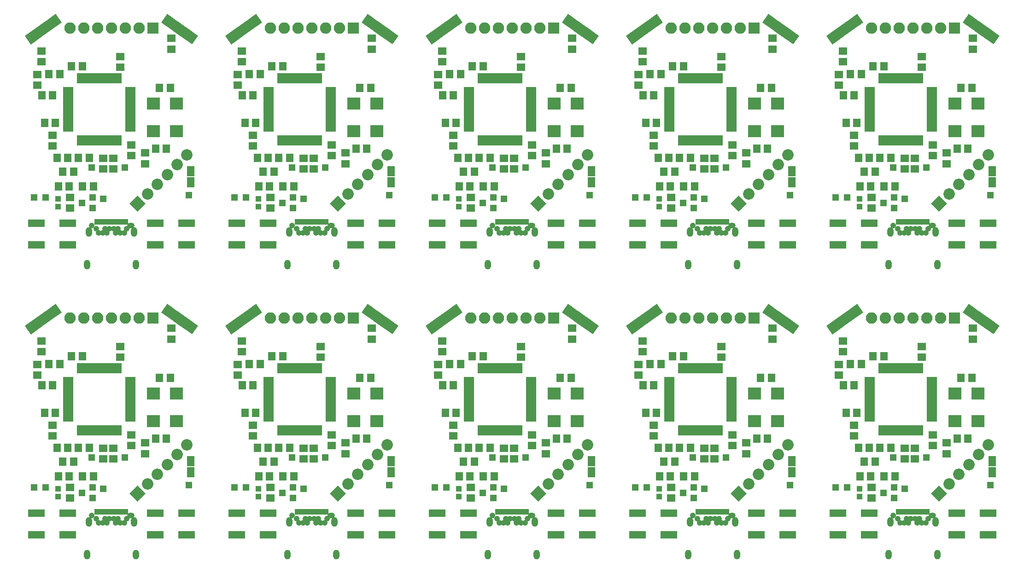
<source format=gts>
G04 #@! TF.FileFunction,Soldermask,Top*
%FSLAX46Y46*%
G04 Gerber Fmt 4.6, Leading zero omitted, Abs format (unit mm)*
G04 Created by KiCad (PCBNEW 4.0.6) date Fri Nov 17 13:30:40 2017*
%MOMM*%
%LPD*%
G01*
G04 APERTURE LIST*
%ADD10C,0.100000*%
%ADD11R,1.400000X1.650000*%
%ADD12R,1.650000X1.400000*%
%ADD13R,1.100000X1.000000*%
%ADD14C,2.100000*%
%ADD15O,1.200000X1.800000*%
%ADD16R,0.700000X1.100000*%
%ADD17O,1.350000X1.050000*%
%ADD18C,1.050000*%
%ADD19R,2.100000X2.100000*%
%ADD20O,2.100000X2.100000*%
%ADD21R,3.150000X1.400000*%
%ADD22R,1.250000X1.250000*%
%ADD23R,1.900000X0.700000*%
%ADD24R,0.700000X1.900000*%
%ADD25R,1.300000X1.200000*%
%ADD26R,2.400000X2.200000*%
%ADD27R,1.400000X1.924000*%
G04 APERTURE END LIST*
D10*
D11*
X87004400Y-54203600D03*
X85004400Y-54203600D03*
D12*
X82397600Y-66106800D03*
X82397600Y-68106800D03*
X79883000Y-66659000D03*
X79883000Y-64659000D03*
X77851000Y-50403000D03*
X77851000Y-48403000D03*
D11*
X70850000Y-50165000D03*
X68850000Y-50165000D03*
X64722500Y-51625500D03*
X66722500Y-51625500D03*
D12*
X65405000Y-62881000D03*
X65405000Y-64881000D03*
D11*
X65897000Y-60579000D03*
X63897000Y-60579000D03*
D12*
X68580000Y-74311000D03*
X68580000Y-76311000D03*
D11*
X72882000Y-72263000D03*
X70882000Y-72263000D03*
D13*
X66421000Y-76011000D03*
X66421000Y-74611000D03*
D11*
X66437000Y-72263000D03*
X68437000Y-72263000D03*
D10*
G36*
X82510924Y-75438000D02*
X81026000Y-76922924D01*
X79541076Y-75438000D01*
X81026000Y-73953076D01*
X82510924Y-75438000D01*
X82510924Y-75438000D01*
G37*
D14*
X82822051Y-73641949D02*
X82822051Y-73641949D01*
X84618102Y-71845898D02*
X84618102Y-71845898D01*
X86414154Y-70049846D02*
X86414154Y-70049846D01*
X88210205Y-68253795D02*
X88210205Y-68253795D01*
X90006256Y-66457744D02*
X90006256Y-66457744D01*
D15*
X72070000Y-80710000D03*
D16*
X73450000Y-78800000D03*
X73950000Y-78800000D03*
X74450000Y-78800000D03*
X74950000Y-78800000D03*
X75450000Y-78800000D03*
X75950000Y-78800000D03*
X76450000Y-78800000D03*
X78950000Y-78800000D03*
X77950000Y-78800000D03*
X77450000Y-78800000D03*
X76950000Y-78800000D03*
X78450000Y-78800000D03*
D15*
X80330000Y-80710000D03*
X80690000Y-86660000D03*
X71710000Y-86660000D03*
D17*
X79800000Y-79460000D03*
D18*
X72600000Y-79460000D03*
X79000000Y-80110000D03*
X77400000Y-80110000D03*
X76600000Y-80110000D03*
X75800000Y-80110000D03*
X75000000Y-80110000D03*
X73400000Y-80110000D03*
X78600000Y-80810000D03*
X77800000Y-80810000D03*
X77000000Y-80810000D03*
X75400000Y-80810000D03*
X74600000Y-80810000D03*
X73800000Y-80810000D03*
D19*
X83820000Y-43180000D03*
D20*
X81280000Y-43180000D03*
X78740000Y-43180000D03*
X76200000Y-43180000D03*
X73660000Y-43180000D03*
X71120000Y-43180000D03*
X68580000Y-43180000D03*
D11*
X67224400Y-69545200D03*
X69224400Y-69545200D03*
X65389000Y-55499000D03*
X63389000Y-55499000D03*
D12*
X62611000Y-53705000D03*
X62611000Y-51705000D03*
D11*
X70120000Y-67081400D03*
X72120000Y-67081400D03*
D12*
X74726800Y-69097400D03*
X74726800Y-67097400D03*
X76555600Y-67097400D03*
X76555600Y-69097400D03*
D11*
X66183000Y-67056000D03*
X68183000Y-67056000D03*
D12*
X63322200Y-47361600D03*
X63322200Y-49361600D03*
X87198200Y-45050200D03*
X87198200Y-47050200D03*
D10*
G36*
X63427857Y-44725015D02*
X62310585Y-43158657D01*
X63876943Y-42041385D01*
X64994215Y-43607743D01*
X63427857Y-44725015D01*
X63427857Y-44725015D01*
G37*
G36*
X61369773Y-46193033D02*
X60252501Y-44626675D01*
X62450613Y-43058777D01*
X63567885Y-44625135D01*
X61369773Y-46193033D01*
X61369773Y-46193033D01*
G37*
G36*
X64854187Y-43707623D02*
X63736915Y-42141265D01*
X65935027Y-40573367D01*
X67052299Y-42139725D01*
X64854187Y-43707623D01*
X64854187Y-43707623D01*
G37*
G36*
X90064015Y-43133257D02*
X88946743Y-44699615D01*
X87380385Y-43582343D01*
X88497657Y-42015985D01*
X90064015Y-43133257D01*
X90064015Y-43133257D01*
G37*
G36*
X92122099Y-44601275D02*
X91004827Y-46167633D01*
X88806715Y-44599735D01*
X89923987Y-43033377D01*
X92122099Y-44601275D01*
X92122099Y-44601275D01*
G37*
G36*
X88637685Y-42115865D02*
X87520413Y-43682223D01*
X85322301Y-42114325D01*
X86439573Y-40547967D01*
X88637685Y-42115865D01*
X88637685Y-42115865D01*
G37*
D21*
X68158000Y-79026000D03*
X62398000Y-79026000D03*
X62398000Y-83026000D03*
X68158000Y-83026000D03*
X90002000Y-79026000D03*
X84242000Y-79026000D03*
X84242000Y-83026000D03*
X90002000Y-83026000D03*
D22*
X64135000Y-74295000D03*
X72542400Y-68834000D03*
X78689200Y-68834000D03*
X61976000Y-74295000D03*
X90424000Y-73914000D03*
X74676000Y-74549000D03*
D23*
X79677500Y-61852500D03*
X79677500Y-61352500D03*
X79677500Y-60852500D03*
X79677500Y-60352500D03*
X79677500Y-59852500D03*
X79677500Y-59352500D03*
X79677500Y-58852500D03*
X79677500Y-58352500D03*
X79677500Y-57852500D03*
X79677500Y-57352500D03*
X79677500Y-56852500D03*
X79677500Y-56352500D03*
X79677500Y-55852500D03*
X79677500Y-55352500D03*
X79677500Y-54852500D03*
X79677500Y-54352500D03*
D24*
X77727500Y-52402500D03*
X77227500Y-52402500D03*
X76727500Y-52402500D03*
X76227500Y-52402500D03*
X75727500Y-52402500D03*
X75227500Y-52402500D03*
X74727500Y-52402500D03*
X74227500Y-52402500D03*
X73727500Y-52402500D03*
X73227500Y-52402500D03*
X72727500Y-52402500D03*
X72227500Y-52402500D03*
X71727500Y-52402500D03*
X71227500Y-52402500D03*
X70727500Y-52402500D03*
X70227500Y-52402500D03*
D23*
X68277500Y-54352500D03*
X68277500Y-54852500D03*
X68277500Y-55352500D03*
X68277500Y-55852500D03*
X68277500Y-56352500D03*
X68277500Y-56852500D03*
X68277500Y-57352500D03*
X68277500Y-57852500D03*
X68277500Y-58352500D03*
X68277500Y-58852500D03*
X68277500Y-59352500D03*
X68277500Y-59852500D03*
X68277500Y-60352500D03*
X68277500Y-60852500D03*
X68277500Y-61352500D03*
X68277500Y-61852500D03*
D24*
X70227500Y-63802500D03*
X70727500Y-63802500D03*
X71227500Y-63802500D03*
X71727500Y-63802500D03*
X72227500Y-63802500D03*
X72727500Y-63802500D03*
X73227500Y-63802500D03*
X73727500Y-63802500D03*
X74227500Y-63802500D03*
X74727500Y-63802500D03*
X75227500Y-63802500D03*
X75727500Y-63802500D03*
X76227500Y-63802500D03*
X76727500Y-63802500D03*
X77227500Y-63802500D03*
X77727500Y-63802500D03*
D25*
X72755000Y-76261000D03*
X72755000Y-74361000D03*
X70755000Y-75311000D03*
D11*
X84318600Y-65379600D03*
X86318600Y-65379600D03*
D26*
X88142500Y-62166500D03*
X88142500Y-57086500D03*
X83942500Y-57086500D03*
X83942500Y-62166500D03*
D27*
X90805000Y-71501000D03*
X90805000Y-69469000D03*
D11*
X123834400Y-54203600D03*
X121834400Y-54203600D03*
D12*
X119227600Y-66106800D03*
X119227600Y-68106800D03*
X116713000Y-66659000D03*
X116713000Y-64659000D03*
X114681000Y-50403000D03*
X114681000Y-48403000D03*
D11*
X107680000Y-50165000D03*
X105680000Y-50165000D03*
X101552500Y-51625500D03*
X103552500Y-51625500D03*
D12*
X102235000Y-62881000D03*
X102235000Y-64881000D03*
D11*
X102727000Y-60579000D03*
X100727000Y-60579000D03*
D12*
X105410000Y-74311000D03*
X105410000Y-76311000D03*
D11*
X109712000Y-72263000D03*
X107712000Y-72263000D03*
D13*
X103251000Y-76011000D03*
X103251000Y-74611000D03*
D11*
X103267000Y-72263000D03*
X105267000Y-72263000D03*
D10*
G36*
X119340924Y-75438000D02*
X117856000Y-76922924D01*
X116371076Y-75438000D01*
X117856000Y-73953076D01*
X119340924Y-75438000D01*
X119340924Y-75438000D01*
G37*
D14*
X119652051Y-73641949D02*
X119652051Y-73641949D01*
X121448102Y-71845898D02*
X121448102Y-71845898D01*
X123244154Y-70049846D02*
X123244154Y-70049846D01*
X125040205Y-68253795D02*
X125040205Y-68253795D01*
X126836256Y-66457744D02*
X126836256Y-66457744D01*
D15*
X108900000Y-80710000D03*
D16*
X110280000Y-78800000D03*
X110780000Y-78800000D03*
X111280000Y-78800000D03*
X111780000Y-78800000D03*
X112280000Y-78800000D03*
X112780000Y-78800000D03*
X113280000Y-78800000D03*
X115780000Y-78800000D03*
X114780000Y-78800000D03*
X114280000Y-78800000D03*
X113780000Y-78800000D03*
X115280000Y-78800000D03*
D15*
X117160000Y-80710000D03*
X117520000Y-86660000D03*
X108540000Y-86660000D03*
D17*
X116630000Y-79460000D03*
D18*
X109430000Y-79460000D03*
X115830000Y-80110000D03*
X114230000Y-80110000D03*
X113430000Y-80110000D03*
X112630000Y-80110000D03*
X111830000Y-80110000D03*
X110230000Y-80110000D03*
X115430000Y-80810000D03*
X114630000Y-80810000D03*
X113830000Y-80810000D03*
X112230000Y-80810000D03*
X111430000Y-80810000D03*
X110630000Y-80810000D03*
D19*
X120650000Y-43180000D03*
D20*
X118110000Y-43180000D03*
X115570000Y-43180000D03*
X113030000Y-43180000D03*
X110490000Y-43180000D03*
X107950000Y-43180000D03*
X105410000Y-43180000D03*
D11*
X104054400Y-69545200D03*
X106054400Y-69545200D03*
X102219000Y-55499000D03*
X100219000Y-55499000D03*
D12*
X99441000Y-53705000D03*
X99441000Y-51705000D03*
D11*
X106950000Y-67081400D03*
X108950000Y-67081400D03*
D12*
X111556800Y-69097400D03*
X111556800Y-67097400D03*
X113385600Y-67097400D03*
X113385600Y-69097400D03*
D11*
X103013000Y-67056000D03*
X105013000Y-67056000D03*
D12*
X100152200Y-47361600D03*
X100152200Y-49361600D03*
X124028200Y-45050200D03*
X124028200Y-47050200D03*
D10*
G36*
X100257857Y-44725015D02*
X99140585Y-43158657D01*
X100706943Y-42041385D01*
X101824215Y-43607743D01*
X100257857Y-44725015D01*
X100257857Y-44725015D01*
G37*
G36*
X98199773Y-46193033D02*
X97082501Y-44626675D01*
X99280613Y-43058777D01*
X100397885Y-44625135D01*
X98199773Y-46193033D01*
X98199773Y-46193033D01*
G37*
G36*
X101684187Y-43707623D02*
X100566915Y-42141265D01*
X102765027Y-40573367D01*
X103882299Y-42139725D01*
X101684187Y-43707623D01*
X101684187Y-43707623D01*
G37*
G36*
X126894015Y-43133257D02*
X125776743Y-44699615D01*
X124210385Y-43582343D01*
X125327657Y-42015985D01*
X126894015Y-43133257D01*
X126894015Y-43133257D01*
G37*
G36*
X128952099Y-44601275D02*
X127834827Y-46167633D01*
X125636715Y-44599735D01*
X126753987Y-43033377D01*
X128952099Y-44601275D01*
X128952099Y-44601275D01*
G37*
G36*
X125467685Y-42115865D02*
X124350413Y-43682223D01*
X122152301Y-42114325D01*
X123269573Y-40547967D01*
X125467685Y-42115865D01*
X125467685Y-42115865D01*
G37*
D21*
X104988000Y-79026000D03*
X99228000Y-79026000D03*
X99228000Y-83026000D03*
X104988000Y-83026000D03*
X126832000Y-79026000D03*
X121072000Y-79026000D03*
X121072000Y-83026000D03*
X126832000Y-83026000D03*
D22*
X100965000Y-74295000D03*
X109372400Y-68834000D03*
X115519200Y-68834000D03*
X98806000Y-74295000D03*
X127254000Y-73914000D03*
X111506000Y-74549000D03*
D23*
X116507500Y-61852500D03*
X116507500Y-61352500D03*
X116507500Y-60852500D03*
X116507500Y-60352500D03*
X116507500Y-59852500D03*
X116507500Y-59352500D03*
X116507500Y-58852500D03*
X116507500Y-58352500D03*
X116507500Y-57852500D03*
X116507500Y-57352500D03*
X116507500Y-56852500D03*
X116507500Y-56352500D03*
X116507500Y-55852500D03*
X116507500Y-55352500D03*
X116507500Y-54852500D03*
X116507500Y-54352500D03*
D24*
X114557500Y-52402500D03*
X114057500Y-52402500D03*
X113557500Y-52402500D03*
X113057500Y-52402500D03*
X112557500Y-52402500D03*
X112057500Y-52402500D03*
X111557500Y-52402500D03*
X111057500Y-52402500D03*
X110557500Y-52402500D03*
X110057500Y-52402500D03*
X109557500Y-52402500D03*
X109057500Y-52402500D03*
X108557500Y-52402500D03*
X108057500Y-52402500D03*
X107557500Y-52402500D03*
X107057500Y-52402500D03*
D23*
X105107500Y-54352500D03*
X105107500Y-54852500D03*
X105107500Y-55352500D03*
X105107500Y-55852500D03*
X105107500Y-56352500D03*
X105107500Y-56852500D03*
X105107500Y-57352500D03*
X105107500Y-57852500D03*
X105107500Y-58352500D03*
X105107500Y-58852500D03*
X105107500Y-59352500D03*
X105107500Y-59852500D03*
X105107500Y-60352500D03*
X105107500Y-60852500D03*
X105107500Y-61352500D03*
X105107500Y-61852500D03*
D24*
X107057500Y-63802500D03*
X107557500Y-63802500D03*
X108057500Y-63802500D03*
X108557500Y-63802500D03*
X109057500Y-63802500D03*
X109557500Y-63802500D03*
X110057500Y-63802500D03*
X110557500Y-63802500D03*
X111057500Y-63802500D03*
X111557500Y-63802500D03*
X112057500Y-63802500D03*
X112557500Y-63802500D03*
X113057500Y-63802500D03*
X113557500Y-63802500D03*
X114057500Y-63802500D03*
X114557500Y-63802500D03*
D25*
X109585000Y-76261000D03*
X109585000Y-74361000D03*
X107585000Y-75311000D03*
D11*
X121148600Y-65379600D03*
X123148600Y-65379600D03*
D26*
X124972500Y-62166500D03*
X124972500Y-57086500D03*
X120772500Y-57086500D03*
X120772500Y-62166500D03*
D27*
X127635000Y-71501000D03*
X127635000Y-69469000D03*
D11*
X160664400Y-54203600D03*
X158664400Y-54203600D03*
D12*
X156057600Y-66106800D03*
X156057600Y-68106800D03*
X153543000Y-66659000D03*
X153543000Y-64659000D03*
X151511000Y-50403000D03*
X151511000Y-48403000D03*
D11*
X144510000Y-50165000D03*
X142510000Y-50165000D03*
X138382500Y-51625500D03*
X140382500Y-51625500D03*
D12*
X139065000Y-62881000D03*
X139065000Y-64881000D03*
D11*
X139557000Y-60579000D03*
X137557000Y-60579000D03*
D12*
X142240000Y-74311000D03*
X142240000Y-76311000D03*
D11*
X146542000Y-72263000D03*
X144542000Y-72263000D03*
D13*
X140081000Y-76011000D03*
X140081000Y-74611000D03*
D11*
X140097000Y-72263000D03*
X142097000Y-72263000D03*
D10*
G36*
X156170924Y-75438000D02*
X154686000Y-76922924D01*
X153201076Y-75438000D01*
X154686000Y-73953076D01*
X156170924Y-75438000D01*
X156170924Y-75438000D01*
G37*
D14*
X156482051Y-73641949D02*
X156482051Y-73641949D01*
X158278102Y-71845898D02*
X158278102Y-71845898D01*
X160074154Y-70049846D02*
X160074154Y-70049846D01*
X161870205Y-68253795D02*
X161870205Y-68253795D01*
X163666256Y-66457744D02*
X163666256Y-66457744D01*
D15*
X145730000Y-80710000D03*
D16*
X147110000Y-78800000D03*
X147610000Y-78800000D03*
X148110000Y-78800000D03*
X148610000Y-78800000D03*
X149110000Y-78800000D03*
X149610000Y-78800000D03*
X150110000Y-78800000D03*
X152610000Y-78800000D03*
X151610000Y-78800000D03*
X151110000Y-78800000D03*
X150610000Y-78800000D03*
X152110000Y-78800000D03*
D15*
X153990000Y-80710000D03*
X154350000Y-86660000D03*
X145370000Y-86660000D03*
D17*
X153460000Y-79460000D03*
D18*
X146260000Y-79460000D03*
X152660000Y-80110000D03*
X151060000Y-80110000D03*
X150260000Y-80110000D03*
X149460000Y-80110000D03*
X148660000Y-80110000D03*
X147060000Y-80110000D03*
X152260000Y-80810000D03*
X151460000Y-80810000D03*
X150660000Y-80810000D03*
X149060000Y-80810000D03*
X148260000Y-80810000D03*
X147460000Y-80810000D03*
D19*
X157480000Y-43180000D03*
D20*
X154940000Y-43180000D03*
X152400000Y-43180000D03*
X149860000Y-43180000D03*
X147320000Y-43180000D03*
X144780000Y-43180000D03*
X142240000Y-43180000D03*
D11*
X140884400Y-69545200D03*
X142884400Y-69545200D03*
X139049000Y-55499000D03*
X137049000Y-55499000D03*
D12*
X136271000Y-53705000D03*
X136271000Y-51705000D03*
D11*
X143780000Y-67081400D03*
X145780000Y-67081400D03*
D12*
X148386800Y-69097400D03*
X148386800Y-67097400D03*
X150215600Y-67097400D03*
X150215600Y-69097400D03*
D11*
X139843000Y-67056000D03*
X141843000Y-67056000D03*
D12*
X136982200Y-47361600D03*
X136982200Y-49361600D03*
X160858200Y-45050200D03*
X160858200Y-47050200D03*
D10*
G36*
X137087857Y-44725015D02*
X135970585Y-43158657D01*
X137536943Y-42041385D01*
X138654215Y-43607743D01*
X137087857Y-44725015D01*
X137087857Y-44725015D01*
G37*
G36*
X135029773Y-46193033D02*
X133912501Y-44626675D01*
X136110613Y-43058777D01*
X137227885Y-44625135D01*
X135029773Y-46193033D01*
X135029773Y-46193033D01*
G37*
G36*
X138514187Y-43707623D02*
X137396915Y-42141265D01*
X139595027Y-40573367D01*
X140712299Y-42139725D01*
X138514187Y-43707623D01*
X138514187Y-43707623D01*
G37*
G36*
X163724015Y-43133257D02*
X162606743Y-44699615D01*
X161040385Y-43582343D01*
X162157657Y-42015985D01*
X163724015Y-43133257D01*
X163724015Y-43133257D01*
G37*
G36*
X165782099Y-44601275D02*
X164664827Y-46167633D01*
X162466715Y-44599735D01*
X163583987Y-43033377D01*
X165782099Y-44601275D01*
X165782099Y-44601275D01*
G37*
G36*
X162297685Y-42115865D02*
X161180413Y-43682223D01*
X158982301Y-42114325D01*
X160099573Y-40547967D01*
X162297685Y-42115865D01*
X162297685Y-42115865D01*
G37*
D21*
X141818000Y-79026000D03*
X136058000Y-79026000D03*
X136058000Y-83026000D03*
X141818000Y-83026000D03*
X163662000Y-79026000D03*
X157902000Y-79026000D03*
X157902000Y-83026000D03*
X163662000Y-83026000D03*
D22*
X137795000Y-74295000D03*
X146202400Y-68834000D03*
X152349200Y-68834000D03*
X135636000Y-74295000D03*
X164084000Y-73914000D03*
X148336000Y-74549000D03*
D23*
X153337500Y-61852500D03*
X153337500Y-61352500D03*
X153337500Y-60852500D03*
X153337500Y-60352500D03*
X153337500Y-59852500D03*
X153337500Y-59352500D03*
X153337500Y-58852500D03*
X153337500Y-58352500D03*
X153337500Y-57852500D03*
X153337500Y-57352500D03*
X153337500Y-56852500D03*
X153337500Y-56352500D03*
X153337500Y-55852500D03*
X153337500Y-55352500D03*
X153337500Y-54852500D03*
X153337500Y-54352500D03*
D24*
X151387500Y-52402500D03*
X150887500Y-52402500D03*
X150387500Y-52402500D03*
X149887500Y-52402500D03*
X149387500Y-52402500D03*
X148887500Y-52402500D03*
X148387500Y-52402500D03*
X147887500Y-52402500D03*
X147387500Y-52402500D03*
X146887500Y-52402500D03*
X146387500Y-52402500D03*
X145887500Y-52402500D03*
X145387500Y-52402500D03*
X144887500Y-52402500D03*
X144387500Y-52402500D03*
X143887500Y-52402500D03*
D23*
X141937500Y-54352500D03*
X141937500Y-54852500D03*
X141937500Y-55352500D03*
X141937500Y-55852500D03*
X141937500Y-56352500D03*
X141937500Y-56852500D03*
X141937500Y-57352500D03*
X141937500Y-57852500D03*
X141937500Y-58352500D03*
X141937500Y-58852500D03*
X141937500Y-59352500D03*
X141937500Y-59852500D03*
X141937500Y-60352500D03*
X141937500Y-60852500D03*
X141937500Y-61352500D03*
X141937500Y-61852500D03*
D24*
X143887500Y-63802500D03*
X144387500Y-63802500D03*
X144887500Y-63802500D03*
X145387500Y-63802500D03*
X145887500Y-63802500D03*
X146387500Y-63802500D03*
X146887500Y-63802500D03*
X147387500Y-63802500D03*
X147887500Y-63802500D03*
X148387500Y-63802500D03*
X148887500Y-63802500D03*
X149387500Y-63802500D03*
X149887500Y-63802500D03*
X150387500Y-63802500D03*
X150887500Y-63802500D03*
X151387500Y-63802500D03*
D25*
X146415000Y-76261000D03*
X146415000Y-74361000D03*
X144415000Y-75311000D03*
D11*
X157978600Y-65379600D03*
X159978600Y-65379600D03*
D26*
X161802500Y-62166500D03*
X161802500Y-57086500D03*
X157602500Y-57086500D03*
X157602500Y-62166500D03*
D27*
X164465000Y-71501000D03*
X164465000Y-69469000D03*
D11*
X197494400Y-54203600D03*
X195494400Y-54203600D03*
D12*
X192887600Y-66106800D03*
X192887600Y-68106800D03*
X190373000Y-66659000D03*
X190373000Y-64659000D03*
X188341000Y-50403000D03*
X188341000Y-48403000D03*
D11*
X181340000Y-50165000D03*
X179340000Y-50165000D03*
X175212500Y-51625500D03*
X177212500Y-51625500D03*
D12*
X175895000Y-62881000D03*
X175895000Y-64881000D03*
D11*
X176387000Y-60579000D03*
X174387000Y-60579000D03*
D12*
X179070000Y-74311000D03*
X179070000Y-76311000D03*
D11*
X183372000Y-72263000D03*
X181372000Y-72263000D03*
D13*
X176911000Y-76011000D03*
X176911000Y-74611000D03*
D11*
X176927000Y-72263000D03*
X178927000Y-72263000D03*
D10*
G36*
X193000924Y-75438000D02*
X191516000Y-76922924D01*
X190031076Y-75438000D01*
X191516000Y-73953076D01*
X193000924Y-75438000D01*
X193000924Y-75438000D01*
G37*
D14*
X193312051Y-73641949D02*
X193312051Y-73641949D01*
X195108102Y-71845898D02*
X195108102Y-71845898D01*
X196904154Y-70049846D02*
X196904154Y-70049846D01*
X198700205Y-68253795D02*
X198700205Y-68253795D01*
X200496256Y-66457744D02*
X200496256Y-66457744D01*
D15*
X182560000Y-80710000D03*
D16*
X183940000Y-78800000D03*
X184440000Y-78800000D03*
X184940000Y-78800000D03*
X185440000Y-78800000D03*
X185940000Y-78800000D03*
X186440000Y-78800000D03*
X186940000Y-78800000D03*
X189440000Y-78800000D03*
X188440000Y-78800000D03*
X187940000Y-78800000D03*
X187440000Y-78800000D03*
X188940000Y-78800000D03*
D15*
X190820000Y-80710000D03*
X191180000Y-86660000D03*
X182200000Y-86660000D03*
D17*
X190290000Y-79460000D03*
D18*
X183090000Y-79460000D03*
X189490000Y-80110000D03*
X187890000Y-80110000D03*
X187090000Y-80110000D03*
X186290000Y-80110000D03*
X185490000Y-80110000D03*
X183890000Y-80110000D03*
X189090000Y-80810000D03*
X188290000Y-80810000D03*
X187490000Y-80810000D03*
X185890000Y-80810000D03*
X185090000Y-80810000D03*
X184290000Y-80810000D03*
D19*
X194310000Y-43180000D03*
D20*
X191770000Y-43180000D03*
X189230000Y-43180000D03*
X186690000Y-43180000D03*
X184150000Y-43180000D03*
X181610000Y-43180000D03*
X179070000Y-43180000D03*
D11*
X177714400Y-69545200D03*
X179714400Y-69545200D03*
X175879000Y-55499000D03*
X173879000Y-55499000D03*
D12*
X173101000Y-53705000D03*
X173101000Y-51705000D03*
D11*
X180610000Y-67081400D03*
X182610000Y-67081400D03*
D12*
X185216800Y-69097400D03*
X185216800Y-67097400D03*
X187045600Y-67097400D03*
X187045600Y-69097400D03*
D11*
X176673000Y-67056000D03*
X178673000Y-67056000D03*
D12*
X173812200Y-47361600D03*
X173812200Y-49361600D03*
X197688200Y-45050200D03*
X197688200Y-47050200D03*
D10*
G36*
X173917857Y-44725015D02*
X172800585Y-43158657D01*
X174366943Y-42041385D01*
X175484215Y-43607743D01*
X173917857Y-44725015D01*
X173917857Y-44725015D01*
G37*
G36*
X171859773Y-46193033D02*
X170742501Y-44626675D01*
X172940613Y-43058777D01*
X174057885Y-44625135D01*
X171859773Y-46193033D01*
X171859773Y-46193033D01*
G37*
G36*
X175344187Y-43707623D02*
X174226915Y-42141265D01*
X176425027Y-40573367D01*
X177542299Y-42139725D01*
X175344187Y-43707623D01*
X175344187Y-43707623D01*
G37*
G36*
X200554015Y-43133257D02*
X199436743Y-44699615D01*
X197870385Y-43582343D01*
X198987657Y-42015985D01*
X200554015Y-43133257D01*
X200554015Y-43133257D01*
G37*
G36*
X202612099Y-44601275D02*
X201494827Y-46167633D01*
X199296715Y-44599735D01*
X200413987Y-43033377D01*
X202612099Y-44601275D01*
X202612099Y-44601275D01*
G37*
G36*
X199127685Y-42115865D02*
X198010413Y-43682223D01*
X195812301Y-42114325D01*
X196929573Y-40547967D01*
X199127685Y-42115865D01*
X199127685Y-42115865D01*
G37*
D21*
X178648000Y-79026000D03*
X172888000Y-79026000D03*
X172888000Y-83026000D03*
X178648000Y-83026000D03*
X200492000Y-79026000D03*
X194732000Y-79026000D03*
X194732000Y-83026000D03*
X200492000Y-83026000D03*
D22*
X174625000Y-74295000D03*
X183032400Y-68834000D03*
X189179200Y-68834000D03*
X172466000Y-74295000D03*
X200914000Y-73914000D03*
X185166000Y-74549000D03*
D23*
X190167500Y-61852500D03*
X190167500Y-61352500D03*
X190167500Y-60852500D03*
X190167500Y-60352500D03*
X190167500Y-59852500D03*
X190167500Y-59352500D03*
X190167500Y-58852500D03*
X190167500Y-58352500D03*
X190167500Y-57852500D03*
X190167500Y-57352500D03*
X190167500Y-56852500D03*
X190167500Y-56352500D03*
X190167500Y-55852500D03*
X190167500Y-55352500D03*
X190167500Y-54852500D03*
X190167500Y-54352500D03*
D24*
X188217500Y-52402500D03*
X187717500Y-52402500D03*
X187217500Y-52402500D03*
X186717500Y-52402500D03*
X186217500Y-52402500D03*
X185717500Y-52402500D03*
X185217500Y-52402500D03*
X184717500Y-52402500D03*
X184217500Y-52402500D03*
X183717500Y-52402500D03*
X183217500Y-52402500D03*
X182717500Y-52402500D03*
X182217500Y-52402500D03*
X181717500Y-52402500D03*
X181217500Y-52402500D03*
X180717500Y-52402500D03*
D23*
X178767500Y-54352500D03*
X178767500Y-54852500D03*
X178767500Y-55352500D03*
X178767500Y-55852500D03*
X178767500Y-56352500D03*
X178767500Y-56852500D03*
X178767500Y-57352500D03*
X178767500Y-57852500D03*
X178767500Y-58352500D03*
X178767500Y-58852500D03*
X178767500Y-59352500D03*
X178767500Y-59852500D03*
X178767500Y-60352500D03*
X178767500Y-60852500D03*
X178767500Y-61352500D03*
X178767500Y-61852500D03*
D24*
X180717500Y-63802500D03*
X181217500Y-63802500D03*
X181717500Y-63802500D03*
X182217500Y-63802500D03*
X182717500Y-63802500D03*
X183217500Y-63802500D03*
X183717500Y-63802500D03*
X184217500Y-63802500D03*
X184717500Y-63802500D03*
X185217500Y-63802500D03*
X185717500Y-63802500D03*
X186217500Y-63802500D03*
X186717500Y-63802500D03*
X187217500Y-63802500D03*
X187717500Y-63802500D03*
X188217500Y-63802500D03*
D25*
X183245000Y-76261000D03*
X183245000Y-74361000D03*
X181245000Y-75311000D03*
D11*
X194808600Y-65379600D03*
X196808600Y-65379600D03*
D26*
X198632500Y-62166500D03*
X198632500Y-57086500D03*
X194432500Y-57086500D03*
X194432500Y-62166500D03*
D27*
X201295000Y-71501000D03*
X201295000Y-69469000D03*
D11*
X234324400Y-54203600D03*
X232324400Y-54203600D03*
D12*
X229717600Y-66106800D03*
X229717600Y-68106800D03*
X227203000Y-66659000D03*
X227203000Y-64659000D03*
X225171000Y-50403000D03*
X225171000Y-48403000D03*
D11*
X218170000Y-50165000D03*
X216170000Y-50165000D03*
X212042500Y-51625500D03*
X214042500Y-51625500D03*
D12*
X212725000Y-62881000D03*
X212725000Y-64881000D03*
D11*
X213217000Y-60579000D03*
X211217000Y-60579000D03*
D12*
X215900000Y-74311000D03*
X215900000Y-76311000D03*
D11*
X220202000Y-72263000D03*
X218202000Y-72263000D03*
D13*
X213741000Y-76011000D03*
X213741000Y-74611000D03*
D11*
X213757000Y-72263000D03*
X215757000Y-72263000D03*
D10*
G36*
X229830924Y-75438000D02*
X228346000Y-76922924D01*
X226861076Y-75438000D01*
X228346000Y-73953076D01*
X229830924Y-75438000D01*
X229830924Y-75438000D01*
G37*
D14*
X230142051Y-73641949D02*
X230142051Y-73641949D01*
X231938102Y-71845898D02*
X231938102Y-71845898D01*
X233734154Y-70049846D02*
X233734154Y-70049846D01*
X235530205Y-68253795D02*
X235530205Y-68253795D01*
X237326256Y-66457744D02*
X237326256Y-66457744D01*
D15*
X219390000Y-80710000D03*
D16*
X220770000Y-78800000D03*
X221270000Y-78800000D03*
X221770000Y-78800000D03*
X222270000Y-78800000D03*
X222770000Y-78800000D03*
X223270000Y-78800000D03*
X223770000Y-78800000D03*
X226270000Y-78800000D03*
X225270000Y-78800000D03*
X224770000Y-78800000D03*
X224270000Y-78800000D03*
X225770000Y-78800000D03*
D15*
X227650000Y-80710000D03*
X228010000Y-86660000D03*
X219030000Y-86660000D03*
D17*
X227120000Y-79460000D03*
D18*
X219920000Y-79460000D03*
X226320000Y-80110000D03*
X224720000Y-80110000D03*
X223920000Y-80110000D03*
X223120000Y-80110000D03*
X222320000Y-80110000D03*
X220720000Y-80110000D03*
X225920000Y-80810000D03*
X225120000Y-80810000D03*
X224320000Y-80810000D03*
X222720000Y-80810000D03*
X221920000Y-80810000D03*
X221120000Y-80810000D03*
D19*
X231140000Y-43180000D03*
D20*
X228600000Y-43180000D03*
X226060000Y-43180000D03*
X223520000Y-43180000D03*
X220980000Y-43180000D03*
X218440000Y-43180000D03*
X215900000Y-43180000D03*
D11*
X214544400Y-69545200D03*
X216544400Y-69545200D03*
X212709000Y-55499000D03*
X210709000Y-55499000D03*
D12*
X209931000Y-53705000D03*
X209931000Y-51705000D03*
D11*
X217440000Y-67081400D03*
X219440000Y-67081400D03*
D12*
X222046800Y-69097400D03*
X222046800Y-67097400D03*
X223875600Y-67097400D03*
X223875600Y-69097400D03*
D11*
X213503000Y-67056000D03*
X215503000Y-67056000D03*
D12*
X210642200Y-47361600D03*
X210642200Y-49361600D03*
X234518200Y-45050200D03*
X234518200Y-47050200D03*
D10*
G36*
X210747857Y-44725015D02*
X209630585Y-43158657D01*
X211196943Y-42041385D01*
X212314215Y-43607743D01*
X210747857Y-44725015D01*
X210747857Y-44725015D01*
G37*
G36*
X208689773Y-46193033D02*
X207572501Y-44626675D01*
X209770613Y-43058777D01*
X210887885Y-44625135D01*
X208689773Y-46193033D01*
X208689773Y-46193033D01*
G37*
G36*
X212174187Y-43707623D02*
X211056915Y-42141265D01*
X213255027Y-40573367D01*
X214372299Y-42139725D01*
X212174187Y-43707623D01*
X212174187Y-43707623D01*
G37*
G36*
X237384015Y-43133257D02*
X236266743Y-44699615D01*
X234700385Y-43582343D01*
X235817657Y-42015985D01*
X237384015Y-43133257D01*
X237384015Y-43133257D01*
G37*
G36*
X239442099Y-44601275D02*
X238324827Y-46167633D01*
X236126715Y-44599735D01*
X237243987Y-43033377D01*
X239442099Y-44601275D01*
X239442099Y-44601275D01*
G37*
G36*
X235957685Y-42115865D02*
X234840413Y-43682223D01*
X232642301Y-42114325D01*
X233759573Y-40547967D01*
X235957685Y-42115865D01*
X235957685Y-42115865D01*
G37*
D21*
X215478000Y-79026000D03*
X209718000Y-79026000D03*
X209718000Y-83026000D03*
X215478000Y-83026000D03*
X237322000Y-79026000D03*
X231562000Y-79026000D03*
X231562000Y-83026000D03*
X237322000Y-83026000D03*
D22*
X211455000Y-74295000D03*
X219862400Y-68834000D03*
X226009200Y-68834000D03*
X209296000Y-74295000D03*
X237744000Y-73914000D03*
X221996000Y-74549000D03*
D23*
X226997500Y-61852500D03*
X226997500Y-61352500D03*
X226997500Y-60852500D03*
X226997500Y-60352500D03*
X226997500Y-59852500D03*
X226997500Y-59352500D03*
X226997500Y-58852500D03*
X226997500Y-58352500D03*
X226997500Y-57852500D03*
X226997500Y-57352500D03*
X226997500Y-56852500D03*
X226997500Y-56352500D03*
X226997500Y-55852500D03*
X226997500Y-55352500D03*
X226997500Y-54852500D03*
X226997500Y-54352500D03*
D24*
X225047500Y-52402500D03*
X224547500Y-52402500D03*
X224047500Y-52402500D03*
X223547500Y-52402500D03*
X223047500Y-52402500D03*
X222547500Y-52402500D03*
X222047500Y-52402500D03*
X221547500Y-52402500D03*
X221047500Y-52402500D03*
X220547500Y-52402500D03*
X220047500Y-52402500D03*
X219547500Y-52402500D03*
X219047500Y-52402500D03*
X218547500Y-52402500D03*
X218047500Y-52402500D03*
X217547500Y-52402500D03*
D23*
X215597500Y-54352500D03*
X215597500Y-54852500D03*
X215597500Y-55352500D03*
X215597500Y-55852500D03*
X215597500Y-56352500D03*
X215597500Y-56852500D03*
X215597500Y-57352500D03*
X215597500Y-57852500D03*
X215597500Y-58352500D03*
X215597500Y-58852500D03*
X215597500Y-59352500D03*
X215597500Y-59852500D03*
X215597500Y-60352500D03*
X215597500Y-60852500D03*
X215597500Y-61352500D03*
X215597500Y-61852500D03*
D24*
X217547500Y-63802500D03*
X218047500Y-63802500D03*
X218547500Y-63802500D03*
X219047500Y-63802500D03*
X219547500Y-63802500D03*
X220047500Y-63802500D03*
X220547500Y-63802500D03*
X221047500Y-63802500D03*
X221547500Y-63802500D03*
X222047500Y-63802500D03*
X222547500Y-63802500D03*
X223047500Y-63802500D03*
X223547500Y-63802500D03*
X224047500Y-63802500D03*
X224547500Y-63802500D03*
X225047500Y-63802500D03*
D25*
X220075000Y-76261000D03*
X220075000Y-74361000D03*
X218075000Y-75311000D03*
D11*
X231638600Y-65379600D03*
X233638600Y-65379600D03*
D26*
X235462500Y-62166500D03*
X235462500Y-57086500D03*
X231262500Y-57086500D03*
X231262500Y-62166500D03*
D27*
X238125000Y-71501000D03*
X238125000Y-69469000D03*
D11*
X87004400Y-107543600D03*
X85004400Y-107543600D03*
D12*
X82397600Y-119446800D03*
X82397600Y-121446800D03*
X79883000Y-119999000D03*
X79883000Y-117999000D03*
X77851000Y-103743000D03*
X77851000Y-101743000D03*
D11*
X70850000Y-103505000D03*
X68850000Y-103505000D03*
X64722500Y-104965500D03*
X66722500Y-104965500D03*
D12*
X65405000Y-116221000D03*
X65405000Y-118221000D03*
D11*
X65897000Y-113919000D03*
X63897000Y-113919000D03*
D12*
X68580000Y-127651000D03*
X68580000Y-129651000D03*
D11*
X72882000Y-125603000D03*
X70882000Y-125603000D03*
D13*
X66421000Y-129351000D03*
X66421000Y-127951000D03*
D11*
X66437000Y-125603000D03*
X68437000Y-125603000D03*
D10*
G36*
X82510924Y-128778000D02*
X81026000Y-130262924D01*
X79541076Y-128778000D01*
X81026000Y-127293076D01*
X82510924Y-128778000D01*
X82510924Y-128778000D01*
G37*
D14*
X82822051Y-126981949D02*
X82822051Y-126981949D01*
X84618102Y-125185898D02*
X84618102Y-125185898D01*
X86414154Y-123389846D02*
X86414154Y-123389846D01*
X88210205Y-121593795D02*
X88210205Y-121593795D01*
X90006256Y-119797744D02*
X90006256Y-119797744D01*
D15*
X72070000Y-134050000D03*
D16*
X73450000Y-132140000D03*
X73950000Y-132140000D03*
X74450000Y-132140000D03*
X74950000Y-132140000D03*
X75450000Y-132140000D03*
X75950000Y-132140000D03*
X76450000Y-132140000D03*
X78950000Y-132140000D03*
X77950000Y-132140000D03*
X77450000Y-132140000D03*
X76950000Y-132140000D03*
X78450000Y-132140000D03*
D15*
X80330000Y-134050000D03*
X80690000Y-140000000D03*
X71710000Y-140000000D03*
D17*
X79800000Y-132800000D03*
D18*
X72600000Y-132800000D03*
X79000000Y-133450000D03*
X77400000Y-133450000D03*
X76600000Y-133450000D03*
X75800000Y-133450000D03*
X75000000Y-133450000D03*
X73400000Y-133450000D03*
X78600000Y-134150000D03*
X77800000Y-134150000D03*
X77000000Y-134150000D03*
X75400000Y-134150000D03*
X74600000Y-134150000D03*
X73800000Y-134150000D03*
D19*
X83820000Y-96520000D03*
D20*
X81280000Y-96520000D03*
X78740000Y-96520000D03*
X76200000Y-96520000D03*
X73660000Y-96520000D03*
X71120000Y-96520000D03*
X68580000Y-96520000D03*
D11*
X67224400Y-122885200D03*
X69224400Y-122885200D03*
X65389000Y-108839000D03*
X63389000Y-108839000D03*
D12*
X62611000Y-107045000D03*
X62611000Y-105045000D03*
D11*
X70120000Y-120421400D03*
X72120000Y-120421400D03*
D12*
X74726800Y-122437400D03*
X74726800Y-120437400D03*
X76555600Y-120437400D03*
X76555600Y-122437400D03*
D11*
X66183000Y-120396000D03*
X68183000Y-120396000D03*
D12*
X63322200Y-100701600D03*
X63322200Y-102701600D03*
X87198200Y-98390200D03*
X87198200Y-100390200D03*
D10*
G36*
X63427857Y-98065015D02*
X62310585Y-96498657D01*
X63876943Y-95381385D01*
X64994215Y-96947743D01*
X63427857Y-98065015D01*
X63427857Y-98065015D01*
G37*
G36*
X61369773Y-99533033D02*
X60252501Y-97966675D01*
X62450613Y-96398777D01*
X63567885Y-97965135D01*
X61369773Y-99533033D01*
X61369773Y-99533033D01*
G37*
G36*
X64854187Y-97047623D02*
X63736915Y-95481265D01*
X65935027Y-93913367D01*
X67052299Y-95479725D01*
X64854187Y-97047623D01*
X64854187Y-97047623D01*
G37*
G36*
X90064015Y-96473257D02*
X88946743Y-98039615D01*
X87380385Y-96922343D01*
X88497657Y-95355985D01*
X90064015Y-96473257D01*
X90064015Y-96473257D01*
G37*
G36*
X92122099Y-97941275D02*
X91004827Y-99507633D01*
X88806715Y-97939735D01*
X89923987Y-96373377D01*
X92122099Y-97941275D01*
X92122099Y-97941275D01*
G37*
G36*
X88637685Y-95455865D02*
X87520413Y-97022223D01*
X85322301Y-95454325D01*
X86439573Y-93887967D01*
X88637685Y-95455865D01*
X88637685Y-95455865D01*
G37*
D21*
X68158000Y-132366000D03*
X62398000Y-132366000D03*
X62398000Y-136366000D03*
X68158000Y-136366000D03*
X90002000Y-132366000D03*
X84242000Y-132366000D03*
X84242000Y-136366000D03*
X90002000Y-136366000D03*
D22*
X64135000Y-127635000D03*
X72542400Y-122174000D03*
X78689200Y-122174000D03*
X61976000Y-127635000D03*
X90424000Y-127254000D03*
X74676000Y-127889000D03*
D23*
X79677500Y-115192500D03*
X79677500Y-114692500D03*
X79677500Y-114192500D03*
X79677500Y-113692500D03*
X79677500Y-113192500D03*
X79677500Y-112692500D03*
X79677500Y-112192500D03*
X79677500Y-111692500D03*
X79677500Y-111192500D03*
X79677500Y-110692500D03*
X79677500Y-110192500D03*
X79677500Y-109692500D03*
X79677500Y-109192500D03*
X79677500Y-108692500D03*
X79677500Y-108192500D03*
X79677500Y-107692500D03*
D24*
X77727500Y-105742500D03*
X77227500Y-105742500D03*
X76727500Y-105742500D03*
X76227500Y-105742500D03*
X75727500Y-105742500D03*
X75227500Y-105742500D03*
X74727500Y-105742500D03*
X74227500Y-105742500D03*
X73727500Y-105742500D03*
X73227500Y-105742500D03*
X72727500Y-105742500D03*
X72227500Y-105742500D03*
X71727500Y-105742500D03*
X71227500Y-105742500D03*
X70727500Y-105742500D03*
X70227500Y-105742500D03*
D23*
X68277500Y-107692500D03*
X68277500Y-108192500D03*
X68277500Y-108692500D03*
X68277500Y-109192500D03*
X68277500Y-109692500D03*
X68277500Y-110192500D03*
X68277500Y-110692500D03*
X68277500Y-111192500D03*
X68277500Y-111692500D03*
X68277500Y-112192500D03*
X68277500Y-112692500D03*
X68277500Y-113192500D03*
X68277500Y-113692500D03*
X68277500Y-114192500D03*
X68277500Y-114692500D03*
X68277500Y-115192500D03*
D24*
X70227500Y-117142500D03*
X70727500Y-117142500D03*
X71227500Y-117142500D03*
X71727500Y-117142500D03*
X72227500Y-117142500D03*
X72727500Y-117142500D03*
X73227500Y-117142500D03*
X73727500Y-117142500D03*
X74227500Y-117142500D03*
X74727500Y-117142500D03*
X75227500Y-117142500D03*
X75727500Y-117142500D03*
X76227500Y-117142500D03*
X76727500Y-117142500D03*
X77227500Y-117142500D03*
X77727500Y-117142500D03*
D25*
X72755000Y-129601000D03*
X72755000Y-127701000D03*
X70755000Y-128651000D03*
D11*
X84318600Y-118719600D03*
X86318600Y-118719600D03*
D26*
X88142500Y-115506500D03*
X88142500Y-110426500D03*
X83942500Y-110426500D03*
X83942500Y-115506500D03*
D27*
X90805000Y-124841000D03*
X90805000Y-122809000D03*
D11*
X123834400Y-107543600D03*
X121834400Y-107543600D03*
D12*
X119227600Y-119446800D03*
X119227600Y-121446800D03*
X116713000Y-119999000D03*
X116713000Y-117999000D03*
X114681000Y-103743000D03*
X114681000Y-101743000D03*
D11*
X107680000Y-103505000D03*
X105680000Y-103505000D03*
X101552500Y-104965500D03*
X103552500Y-104965500D03*
D12*
X102235000Y-116221000D03*
X102235000Y-118221000D03*
D11*
X102727000Y-113919000D03*
X100727000Y-113919000D03*
D12*
X105410000Y-127651000D03*
X105410000Y-129651000D03*
D11*
X109712000Y-125603000D03*
X107712000Y-125603000D03*
D13*
X103251000Y-129351000D03*
X103251000Y-127951000D03*
D11*
X103267000Y-125603000D03*
X105267000Y-125603000D03*
D10*
G36*
X119340924Y-128778000D02*
X117856000Y-130262924D01*
X116371076Y-128778000D01*
X117856000Y-127293076D01*
X119340924Y-128778000D01*
X119340924Y-128778000D01*
G37*
D14*
X119652051Y-126981949D02*
X119652051Y-126981949D01*
X121448102Y-125185898D02*
X121448102Y-125185898D01*
X123244154Y-123389846D02*
X123244154Y-123389846D01*
X125040205Y-121593795D02*
X125040205Y-121593795D01*
X126836256Y-119797744D02*
X126836256Y-119797744D01*
D15*
X108900000Y-134050000D03*
D16*
X110280000Y-132140000D03*
X110780000Y-132140000D03*
X111280000Y-132140000D03*
X111780000Y-132140000D03*
X112280000Y-132140000D03*
X112780000Y-132140000D03*
X113280000Y-132140000D03*
X115780000Y-132140000D03*
X114780000Y-132140000D03*
X114280000Y-132140000D03*
X113780000Y-132140000D03*
X115280000Y-132140000D03*
D15*
X117160000Y-134050000D03*
X117520000Y-140000000D03*
X108540000Y-140000000D03*
D17*
X116630000Y-132800000D03*
D18*
X109430000Y-132800000D03*
X115830000Y-133450000D03*
X114230000Y-133450000D03*
X113430000Y-133450000D03*
X112630000Y-133450000D03*
X111830000Y-133450000D03*
X110230000Y-133450000D03*
X115430000Y-134150000D03*
X114630000Y-134150000D03*
X113830000Y-134150000D03*
X112230000Y-134150000D03*
X111430000Y-134150000D03*
X110630000Y-134150000D03*
D19*
X120650000Y-96520000D03*
D20*
X118110000Y-96520000D03*
X115570000Y-96520000D03*
X113030000Y-96520000D03*
X110490000Y-96520000D03*
X107950000Y-96520000D03*
X105410000Y-96520000D03*
D11*
X104054400Y-122885200D03*
X106054400Y-122885200D03*
X102219000Y-108839000D03*
X100219000Y-108839000D03*
D12*
X99441000Y-107045000D03*
X99441000Y-105045000D03*
D11*
X106950000Y-120421400D03*
X108950000Y-120421400D03*
D12*
X111556800Y-122437400D03*
X111556800Y-120437400D03*
X113385600Y-120437400D03*
X113385600Y-122437400D03*
D11*
X103013000Y-120396000D03*
X105013000Y-120396000D03*
D12*
X100152200Y-100701600D03*
X100152200Y-102701600D03*
X124028200Y-98390200D03*
X124028200Y-100390200D03*
D10*
G36*
X100257857Y-98065015D02*
X99140585Y-96498657D01*
X100706943Y-95381385D01*
X101824215Y-96947743D01*
X100257857Y-98065015D01*
X100257857Y-98065015D01*
G37*
G36*
X98199773Y-99533033D02*
X97082501Y-97966675D01*
X99280613Y-96398777D01*
X100397885Y-97965135D01*
X98199773Y-99533033D01*
X98199773Y-99533033D01*
G37*
G36*
X101684187Y-97047623D02*
X100566915Y-95481265D01*
X102765027Y-93913367D01*
X103882299Y-95479725D01*
X101684187Y-97047623D01*
X101684187Y-97047623D01*
G37*
G36*
X126894015Y-96473257D02*
X125776743Y-98039615D01*
X124210385Y-96922343D01*
X125327657Y-95355985D01*
X126894015Y-96473257D01*
X126894015Y-96473257D01*
G37*
G36*
X128952099Y-97941275D02*
X127834827Y-99507633D01*
X125636715Y-97939735D01*
X126753987Y-96373377D01*
X128952099Y-97941275D01*
X128952099Y-97941275D01*
G37*
G36*
X125467685Y-95455865D02*
X124350413Y-97022223D01*
X122152301Y-95454325D01*
X123269573Y-93887967D01*
X125467685Y-95455865D01*
X125467685Y-95455865D01*
G37*
D21*
X104988000Y-132366000D03*
X99228000Y-132366000D03*
X99228000Y-136366000D03*
X104988000Y-136366000D03*
X126832000Y-132366000D03*
X121072000Y-132366000D03*
X121072000Y-136366000D03*
X126832000Y-136366000D03*
D22*
X100965000Y-127635000D03*
X109372400Y-122174000D03*
X115519200Y-122174000D03*
X98806000Y-127635000D03*
X127254000Y-127254000D03*
X111506000Y-127889000D03*
D23*
X116507500Y-115192500D03*
X116507500Y-114692500D03*
X116507500Y-114192500D03*
X116507500Y-113692500D03*
X116507500Y-113192500D03*
X116507500Y-112692500D03*
X116507500Y-112192500D03*
X116507500Y-111692500D03*
X116507500Y-111192500D03*
X116507500Y-110692500D03*
X116507500Y-110192500D03*
X116507500Y-109692500D03*
X116507500Y-109192500D03*
X116507500Y-108692500D03*
X116507500Y-108192500D03*
X116507500Y-107692500D03*
D24*
X114557500Y-105742500D03*
X114057500Y-105742500D03*
X113557500Y-105742500D03*
X113057500Y-105742500D03*
X112557500Y-105742500D03*
X112057500Y-105742500D03*
X111557500Y-105742500D03*
X111057500Y-105742500D03*
X110557500Y-105742500D03*
X110057500Y-105742500D03*
X109557500Y-105742500D03*
X109057500Y-105742500D03*
X108557500Y-105742500D03*
X108057500Y-105742500D03*
X107557500Y-105742500D03*
X107057500Y-105742500D03*
D23*
X105107500Y-107692500D03*
X105107500Y-108192500D03*
X105107500Y-108692500D03*
X105107500Y-109192500D03*
X105107500Y-109692500D03*
X105107500Y-110192500D03*
X105107500Y-110692500D03*
X105107500Y-111192500D03*
X105107500Y-111692500D03*
X105107500Y-112192500D03*
X105107500Y-112692500D03*
X105107500Y-113192500D03*
X105107500Y-113692500D03*
X105107500Y-114192500D03*
X105107500Y-114692500D03*
X105107500Y-115192500D03*
D24*
X107057500Y-117142500D03*
X107557500Y-117142500D03*
X108057500Y-117142500D03*
X108557500Y-117142500D03*
X109057500Y-117142500D03*
X109557500Y-117142500D03*
X110057500Y-117142500D03*
X110557500Y-117142500D03*
X111057500Y-117142500D03*
X111557500Y-117142500D03*
X112057500Y-117142500D03*
X112557500Y-117142500D03*
X113057500Y-117142500D03*
X113557500Y-117142500D03*
X114057500Y-117142500D03*
X114557500Y-117142500D03*
D25*
X109585000Y-129601000D03*
X109585000Y-127701000D03*
X107585000Y-128651000D03*
D11*
X121148600Y-118719600D03*
X123148600Y-118719600D03*
D26*
X124972500Y-115506500D03*
X124972500Y-110426500D03*
X120772500Y-110426500D03*
X120772500Y-115506500D03*
D27*
X127635000Y-124841000D03*
X127635000Y-122809000D03*
D11*
X160664400Y-107543600D03*
X158664400Y-107543600D03*
D12*
X156057600Y-119446800D03*
X156057600Y-121446800D03*
X153543000Y-119999000D03*
X153543000Y-117999000D03*
X151511000Y-103743000D03*
X151511000Y-101743000D03*
D11*
X144510000Y-103505000D03*
X142510000Y-103505000D03*
X138382500Y-104965500D03*
X140382500Y-104965500D03*
D12*
X139065000Y-116221000D03*
X139065000Y-118221000D03*
D11*
X139557000Y-113919000D03*
X137557000Y-113919000D03*
D12*
X142240000Y-127651000D03*
X142240000Y-129651000D03*
D11*
X146542000Y-125603000D03*
X144542000Y-125603000D03*
D13*
X140081000Y-129351000D03*
X140081000Y-127951000D03*
D11*
X140097000Y-125603000D03*
X142097000Y-125603000D03*
D10*
G36*
X156170924Y-128778000D02*
X154686000Y-130262924D01*
X153201076Y-128778000D01*
X154686000Y-127293076D01*
X156170924Y-128778000D01*
X156170924Y-128778000D01*
G37*
D14*
X156482051Y-126981949D02*
X156482051Y-126981949D01*
X158278102Y-125185898D02*
X158278102Y-125185898D01*
X160074154Y-123389846D02*
X160074154Y-123389846D01*
X161870205Y-121593795D02*
X161870205Y-121593795D01*
X163666256Y-119797744D02*
X163666256Y-119797744D01*
D15*
X145730000Y-134050000D03*
D16*
X147110000Y-132140000D03*
X147610000Y-132140000D03*
X148110000Y-132140000D03*
X148610000Y-132140000D03*
X149110000Y-132140000D03*
X149610000Y-132140000D03*
X150110000Y-132140000D03*
X152610000Y-132140000D03*
X151610000Y-132140000D03*
X151110000Y-132140000D03*
X150610000Y-132140000D03*
X152110000Y-132140000D03*
D15*
X153990000Y-134050000D03*
X154350000Y-140000000D03*
X145370000Y-140000000D03*
D17*
X153460000Y-132800000D03*
D18*
X146260000Y-132800000D03*
X152660000Y-133450000D03*
X151060000Y-133450000D03*
X150260000Y-133450000D03*
X149460000Y-133450000D03*
X148660000Y-133450000D03*
X147060000Y-133450000D03*
X152260000Y-134150000D03*
X151460000Y-134150000D03*
X150660000Y-134150000D03*
X149060000Y-134150000D03*
X148260000Y-134150000D03*
X147460000Y-134150000D03*
D19*
X157480000Y-96520000D03*
D20*
X154940000Y-96520000D03*
X152400000Y-96520000D03*
X149860000Y-96520000D03*
X147320000Y-96520000D03*
X144780000Y-96520000D03*
X142240000Y-96520000D03*
D11*
X140884400Y-122885200D03*
X142884400Y-122885200D03*
X139049000Y-108839000D03*
X137049000Y-108839000D03*
D12*
X136271000Y-107045000D03*
X136271000Y-105045000D03*
D11*
X143780000Y-120421400D03*
X145780000Y-120421400D03*
D12*
X148386800Y-122437400D03*
X148386800Y-120437400D03*
X150215600Y-120437400D03*
X150215600Y-122437400D03*
D11*
X139843000Y-120396000D03*
X141843000Y-120396000D03*
D12*
X136982200Y-100701600D03*
X136982200Y-102701600D03*
X160858200Y-98390200D03*
X160858200Y-100390200D03*
D10*
G36*
X137087857Y-98065015D02*
X135970585Y-96498657D01*
X137536943Y-95381385D01*
X138654215Y-96947743D01*
X137087857Y-98065015D01*
X137087857Y-98065015D01*
G37*
G36*
X135029773Y-99533033D02*
X133912501Y-97966675D01*
X136110613Y-96398777D01*
X137227885Y-97965135D01*
X135029773Y-99533033D01*
X135029773Y-99533033D01*
G37*
G36*
X138514187Y-97047623D02*
X137396915Y-95481265D01*
X139595027Y-93913367D01*
X140712299Y-95479725D01*
X138514187Y-97047623D01*
X138514187Y-97047623D01*
G37*
G36*
X163724015Y-96473257D02*
X162606743Y-98039615D01*
X161040385Y-96922343D01*
X162157657Y-95355985D01*
X163724015Y-96473257D01*
X163724015Y-96473257D01*
G37*
G36*
X165782099Y-97941275D02*
X164664827Y-99507633D01*
X162466715Y-97939735D01*
X163583987Y-96373377D01*
X165782099Y-97941275D01*
X165782099Y-97941275D01*
G37*
G36*
X162297685Y-95455865D02*
X161180413Y-97022223D01*
X158982301Y-95454325D01*
X160099573Y-93887967D01*
X162297685Y-95455865D01*
X162297685Y-95455865D01*
G37*
D21*
X141818000Y-132366000D03*
X136058000Y-132366000D03*
X136058000Y-136366000D03*
X141818000Y-136366000D03*
X163662000Y-132366000D03*
X157902000Y-132366000D03*
X157902000Y-136366000D03*
X163662000Y-136366000D03*
D22*
X137795000Y-127635000D03*
X146202400Y-122174000D03*
X152349200Y-122174000D03*
X135636000Y-127635000D03*
X164084000Y-127254000D03*
X148336000Y-127889000D03*
D23*
X153337500Y-115192500D03*
X153337500Y-114692500D03*
X153337500Y-114192500D03*
X153337500Y-113692500D03*
X153337500Y-113192500D03*
X153337500Y-112692500D03*
X153337500Y-112192500D03*
X153337500Y-111692500D03*
X153337500Y-111192500D03*
X153337500Y-110692500D03*
X153337500Y-110192500D03*
X153337500Y-109692500D03*
X153337500Y-109192500D03*
X153337500Y-108692500D03*
X153337500Y-108192500D03*
X153337500Y-107692500D03*
D24*
X151387500Y-105742500D03*
X150887500Y-105742500D03*
X150387500Y-105742500D03*
X149887500Y-105742500D03*
X149387500Y-105742500D03*
X148887500Y-105742500D03*
X148387500Y-105742500D03*
X147887500Y-105742500D03*
X147387500Y-105742500D03*
X146887500Y-105742500D03*
X146387500Y-105742500D03*
X145887500Y-105742500D03*
X145387500Y-105742500D03*
X144887500Y-105742500D03*
X144387500Y-105742500D03*
X143887500Y-105742500D03*
D23*
X141937500Y-107692500D03*
X141937500Y-108192500D03*
X141937500Y-108692500D03*
X141937500Y-109192500D03*
X141937500Y-109692500D03*
X141937500Y-110192500D03*
X141937500Y-110692500D03*
X141937500Y-111192500D03*
X141937500Y-111692500D03*
X141937500Y-112192500D03*
X141937500Y-112692500D03*
X141937500Y-113192500D03*
X141937500Y-113692500D03*
X141937500Y-114192500D03*
X141937500Y-114692500D03*
X141937500Y-115192500D03*
D24*
X143887500Y-117142500D03*
X144387500Y-117142500D03*
X144887500Y-117142500D03*
X145387500Y-117142500D03*
X145887500Y-117142500D03*
X146387500Y-117142500D03*
X146887500Y-117142500D03*
X147387500Y-117142500D03*
X147887500Y-117142500D03*
X148387500Y-117142500D03*
X148887500Y-117142500D03*
X149387500Y-117142500D03*
X149887500Y-117142500D03*
X150387500Y-117142500D03*
X150887500Y-117142500D03*
X151387500Y-117142500D03*
D25*
X146415000Y-129601000D03*
X146415000Y-127701000D03*
X144415000Y-128651000D03*
D11*
X157978600Y-118719600D03*
X159978600Y-118719600D03*
D26*
X161802500Y-115506500D03*
X161802500Y-110426500D03*
X157602500Y-110426500D03*
X157602500Y-115506500D03*
D27*
X164465000Y-124841000D03*
X164465000Y-122809000D03*
D11*
X197494400Y-107543600D03*
X195494400Y-107543600D03*
D12*
X192887600Y-119446800D03*
X192887600Y-121446800D03*
X190373000Y-119999000D03*
X190373000Y-117999000D03*
X188341000Y-103743000D03*
X188341000Y-101743000D03*
D11*
X181340000Y-103505000D03*
X179340000Y-103505000D03*
X175212500Y-104965500D03*
X177212500Y-104965500D03*
D12*
X175895000Y-116221000D03*
X175895000Y-118221000D03*
D11*
X176387000Y-113919000D03*
X174387000Y-113919000D03*
D12*
X179070000Y-127651000D03*
X179070000Y-129651000D03*
D11*
X183372000Y-125603000D03*
X181372000Y-125603000D03*
D13*
X176911000Y-129351000D03*
X176911000Y-127951000D03*
D11*
X176927000Y-125603000D03*
X178927000Y-125603000D03*
D10*
G36*
X193000924Y-128778000D02*
X191516000Y-130262924D01*
X190031076Y-128778000D01*
X191516000Y-127293076D01*
X193000924Y-128778000D01*
X193000924Y-128778000D01*
G37*
D14*
X193312051Y-126981949D02*
X193312051Y-126981949D01*
X195108102Y-125185898D02*
X195108102Y-125185898D01*
X196904154Y-123389846D02*
X196904154Y-123389846D01*
X198700205Y-121593795D02*
X198700205Y-121593795D01*
X200496256Y-119797744D02*
X200496256Y-119797744D01*
D15*
X182560000Y-134050000D03*
D16*
X183940000Y-132140000D03*
X184440000Y-132140000D03*
X184940000Y-132140000D03*
X185440000Y-132140000D03*
X185940000Y-132140000D03*
X186440000Y-132140000D03*
X186940000Y-132140000D03*
X189440000Y-132140000D03*
X188440000Y-132140000D03*
X187940000Y-132140000D03*
X187440000Y-132140000D03*
X188940000Y-132140000D03*
D15*
X190820000Y-134050000D03*
X191180000Y-140000000D03*
X182200000Y-140000000D03*
D17*
X190290000Y-132800000D03*
D18*
X183090000Y-132800000D03*
X189490000Y-133450000D03*
X187890000Y-133450000D03*
X187090000Y-133450000D03*
X186290000Y-133450000D03*
X185490000Y-133450000D03*
X183890000Y-133450000D03*
X189090000Y-134150000D03*
X188290000Y-134150000D03*
X187490000Y-134150000D03*
X185890000Y-134150000D03*
X185090000Y-134150000D03*
X184290000Y-134150000D03*
D19*
X194310000Y-96520000D03*
D20*
X191770000Y-96520000D03*
X189230000Y-96520000D03*
X186690000Y-96520000D03*
X184150000Y-96520000D03*
X181610000Y-96520000D03*
X179070000Y-96520000D03*
D11*
X177714400Y-122885200D03*
X179714400Y-122885200D03*
X175879000Y-108839000D03*
X173879000Y-108839000D03*
D12*
X173101000Y-107045000D03*
X173101000Y-105045000D03*
D11*
X180610000Y-120421400D03*
X182610000Y-120421400D03*
D12*
X185216800Y-122437400D03*
X185216800Y-120437400D03*
X187045600Y-120437400D03*
X187045600Y-122437400D03*
D11*
X176673000Y-120396000D03*
X178673000Y-120396000D03*
D12*
X173812200Y-100701600D03*
X173812200Y-102701600D03*
X197688200Y-98390200D03*
X197688200Y-100390200D03*
D10*
G36*
X173917857Y-98065015D02*
X172800585Y-96498657D01*
X174366943Y-95381385D01*
X175484215Y-96947743D01*
X173917857Y-98065015D01*
X173917857Y-98065015D01*
G37*
G36*
X171859773Y-99533033D02*
X170742501Y-97966675D01*
X172940613Y-96398777D01*
X174057885Y-97965135D01*
X171859773Y-99533033D01*
X171859773Y-99533033D01*
G37*
G36*
X175344187Y-97047623D02*
X174226915Y-95481265D01*
X176425027Y-93913367D01*
X177542299Y-95479725D01*
X175344187Y-97047623D01*
X175344187Y-97047623D01*
G37*
G36*
X200554015Y-96473257D02*
X199436743Y-98039615D01*
X197870385Y-96922343D01*
X198987657Y-95355985D01*
X200554015Y-96473257D01*
X200554015Y-96473257D01*
G37*
G36*
X202612099Y-97941275D02*
X201494827Y-99507633D01*
X199296715Y-97939735D01*
X200413987Y-96373377D01*
X202612099Y-97941275D01*
X202612099Y-97941275D01*
G37*
G36*
X199127685Y-95455865D02*
X198010413Y-97022223D01*
X195812301Y-95454325D01*
X196929573Y-93887967D01*
X199127685Y-95455865D01*
X199127685Y-95455865D01*
G37*
D21*
X178648000Y-132366000D03*
X172888000Y-132366000D03*
X172888000Y-136366000D03*
X178648000Y-136366000D03*
X200492000Y-132366000D03*
X194732000Y-132366000D03*
X194732000Y-136366000D03*
X200492000Y-136366000D03*
D22*
X174625000Y-127635000D03*
X183032400Y-122174000D03*
X189179200Y-122174000D03*
X172466000Y-127635000D03*
X200914000Y-127254000D03*
X185166000Y-127889000D03*
D23*
X190167500Y-115192500D03*
X190167500Y-114692500D03*
X190167500Y-114192500D03*
X190167500Y-113692500D03*
X190167500Y-113192500D03*
X190167500Y-112692500D03*
X190167500Y-112192500D03*
X190167500Y-111692500D03*
X190167500Y-111192500D03*
X190167500Y-110692500D03*
X190167500Y-110192500D03*
X190167500Y-109692500D03*
X190167500Y-109192500D03*
X190167500Y-108692500D03*
X190167500Y-108192500D03*
X190167500Y-107692500D03*
D24*
X188217500Y-105742500D03*
X187717500Y-105742500D03*
X187217500Y-105742500D03*
X186717500Y-105742500D03*
X186217500Y-105742500D03*
X185717500Y-105742500D03*
X185217500Y-105742500D03*
X184717500Y-105742500D03*
X184217500Y-105742500D03*
X183717500Y-105742500D03*
X183217500Y-105742500D03*
X182717500Y-105742500D03*
X182217500Y-105742500D03*
X181717500Y-105742500D03*
X181217500Y-105742500D03*
X180717500Y-105742500D03*
D23*
X178767500Y-107692500D03*
X178767500Y-108192500D03*
X178767500Y-108692500D03*
X178767500Y-109192500D03*
X178767500Y-109692500D03*
X178767500Y-110192500D03*
X178767500Y-110692500D03*
X178767500Y-111192500D03*
X178767500Y-111692500D03*
X178767500Y-112192500D03*
X178767500Y-112692500D03*
X178767500Y-113192500D03*
X178767500Y-113692500D03*
X178767500Y-114192500D03*
X178767500Y-114692500D03*
X178767500Y-115192500D03*
D24*
X180717500Y-117142500D03*
X181217500Y-117142500D03*
X181717500Y-117142500D03*
X182217500Y-117142500D03*
X182717500Y-117142500D03*
X183217500Y-117142500D03*
X183717500Y-117142500D03*
X184217500Y-117142500D03*
X184717500Y-117142500D03*
X185217500Y-117142500D03*
X185717500Y-117142500D03*
X186217500Y-117142500D03*
X186717500Y-117142500D03*
X187217500Y-117142500D03*
X187717500Y-117142500D03*
X188217500Y-117142500D03*
D25*
X183245000Y-129601000D03*
X183245000Y-127701000D03*
X181245000Y-128651000D03*
D11*
X194808600Y-118719600D03*
X196808600Y-118719600D03*
D26*
X198632500Y-115506500D03*
X198632500Y-110426500D03*
X194432500Y-110426500D03*
X194432500Y-115506500D03*
D27*
X201295000Y-124841000D03*
X201295000Y-122809000D03*
D11*
X234324400Y-107543600D03*
X232324400Y-107543600D03*
D12*
X229717600Y-119446800D03*
X229717600Y-121446800D03*
X227203000Y-119999000D03*
X227203000Y-117999000D03*
X225171000Y-103743000D03*
X225171000Y-101743000D03*
D11*
X218170000Y-103505000D03*
X216170000Y-103505000D03*
X212042500Y-104965500D03*
X214042500Y-104965500D03*
D12*
X212725000Y-116221000D03*
X212725000Y-118221000D03*
D11*
X213217000Y-113919000D03*
X211217000Y-113919000D03*
D12*
X215900000Y-127651000D03*
X215900000Y-129651000D03*
D11*
X220202000Y-125603000D03*
X218202000Y-125603000D03*
D13*
X213741000Y-129351000D03*
X213741000Y-127951000D03*
D11*
X213757000Y-125603000D03*
X215757000Y-125603000D03*
D10*
G36*
X229830924Y-128778000D02*
X228346000Y-130262924D01*
X226861076Y-128778000D01*
X228346000Y-127293076D01*
X229830924Y-128778000D01*
X229830924Y-128778000D01*
G37*
D14*
X230142051Y-126981949D02*
X230142051Y-126981949D01*
X231938102Y-125185898D02*
X231938102Y-125185898D01*
X233734154Y-123389846D02*
X233734154Y-123389846D01*
X235530205Y-121593795D02*
X235530205Y-121593795D01*
X237326256Y-119797744D02*
X237326256Y-119797744D01*
D15*
X219390000Y-134050000D03*
D16*
X220770000Y-132140000D03*
X221270000Y-132140000D03*
X221770000Y-132140000D03*
X222270000Y-132140000D03*
X222770000Y-132140000D03*
X223270000Y-132140000D03*
X223770000Y-132140000D03*
X226270000Y-132140000D03*
X225270000Y-132140000D03*
X224770000Y-132140000D03*
X224270000Y-132140000D03*
X225770000Y-132140000D03*
D15*
X227650000Y-134050000D03*
X228010000Y-140000000D03*
X219030000Y-140000000D03*
D17*
X227120000Y-132800000D03*
D18*
X219920000Y-132800000D03*
X226320000Y-133450000D03*
X224720000Y-133450000D03*
X223920000Y-133450000D03*
X223120000Y-133450000D03*
X222320000Y-133450000D03*
X220720000Y-133450000D03*
X225920000Y-134150000D03*
X225120000Y-134150000D03*
X224320000Y-134150000D03*
X222720000Y-134150000D03*
X221920000Y-134150000D03*
X221120000Y-134150000D03*
D19*
X231140000Y-96520000D03*
D20*
X228600000Y-96520000D03*
X226060000Y-96520000D03*
X223520000Y-96520000D03*
X220980000Y-96520000D03*
X218440000Y-96520000D03*
X215900000Y-96520000D03*
D11*
X214544400Y-122885200D03*
X216544400Y-122885200D03*
X212709000Y-108839000D03*
X210709000Y-108839000D03*
D12*
X209931000Y-107045000D03*
X209931000Y-105045000D03*
D11*
X217440000Y-120421400D03*
X219440000Y-120421400D03*
D12*
X222046800Y-122437400D03*
X222046800Y-120437400D03*
X223875600Y-120437400D03*
X223875600Y-122437400D03*
D11*
X213503000Y-120396000D03*
X215503000Y-120396000D03*
D12*
X210642200Y-100701600D03*
X210642200Y-102701600D03*
X234518200Y-98390200D03*
X234518200Y-100390200D03*
D10*
G36*
X210747857Y-98065015D02*
X209630585Y-96498657D01*
X211196943Y-95381385D01*
X212314215Y-96947743D01*
X210747857Y-98065015D01*
X210747857Y-98065015D01*
G37*
G36*
X208689773Y-99533033D02*
X207572501Y-97966675D01*
X209770613Y-96398777D01*
X210887885Y-97965135D01*
X208689773Y-99533033D01*
X208689773Y-99533033D01*
G37*
G36*
X212174187Y-97047623D02*
X211056915Y-95481265D01*
X213255027Y-93913367D01*
X214372299Y-95479725D01*
X212174187Y-97047623D01*
X212174187Y-97047623D01*
G37*
G36*
X237384015Y-96473257D02*
X236266743Y-98039615D01*
X234700385Y-96922343D01*
X235817657Y-95355985D01*
X237384015Y-96473257D01*
X237384015Y-96473257D01*
G37*
G36*
X239442099Y-97941275D02*
X238324827Y-99507633D01*
X236126715Y-97939735D01*
X237243987Y-96373377D01*
X239442099Y-97941275D01*
X239442099Y-97941275D01*
G37*
G36*
X235957685Y-95455865D02*
X234840413Y-97022223D01*
X232642301Y-95454325D01*
X233759573Y-93887967D01*
X235957685Y-95455865D01*
X235957685Y-95455865D01*
G37*
D21*
X215478000Y-132366000D03*
X209718000Y-132366000D03*
X209718000Y-136366000D03*
X215478000Y-136366000D03*
X237322000Y-132366000D03*
X231562000Y-132366000D03*
X231562000Y-136366000D03*
X237322000Y-136366000D03*
D22*
X211455000Y-127635000D03*
X219862400Y-122174000D03*
X226009200Y-122174000D03*
X209296000Y-127635000D03*
X237744000Y-127254000D03*
X221996000Y-127889000D03*
D23*
X226997500Y-115192500D03*
X226997500Y-114692500D03*
X226997500Y-114192500D03*
X226997500Y-113692500D03*
X226997500Y-113192500D03*
X226997500Y-112692500D03*
X226997500Y-112192500D03*
X226997500Y-111692500D03*
X226997500Y-111192500D03*
X226997500Y-110692500D03*
X226997500Y-110192500D03*
X226997500Y-109692500D03*
X226997500Y-109192500D03*
X226997500Y-108692500D03*
X226997500Y-108192500D03*
X226997500Y-107692500D03*
D24*
X225047500Y-105742500D03*
X224547500Y-105742500D03*
X224047500Y-105742500D03*
X223547500Y-105742500D03*
X223047500Y-105742500D03*
X222547500Y-105742500D03*
X222047500Y-105742500D03*
X221547500Y-105742500D03*
X221047500Y-105742500D03*
X220547500Y-105742500D03*
X220047500Y-105742500D03*
X219547500Y-105742500D03*
X219047500Y-105742500D03*
X218547500Y-105742500D03*
X218047500Y-105742500D03*
X217547500Y-105742500D03*
D23*
X215597500Y-107692500D03*
X215597500Y-108192500D03*
X215597500Y-108692500D03*
X215597500Y-109192500D03*
X215597500Y-109692500D03*
X215597500Y-110192500D03*
X215597500Y-110692500D03*
X215597500Y-111192500D03*
X215597500Y-111692500D03*
X215597500Y-112192500D03*
X215597500Y-112692500D03*
X215597500Y-113192500D03*
X215597500Y-113692500D03*
X215597500Y-114192500D03*
X215597500Y-114692500D03*
X215597500Y-115192500D03*
D24*
X217547500Y-117142500D03*
X218047500Y-117142500D03*
X218547500Y-117142500D03*
X219047500Y-117142500D03*
X219547500Y-117142500D03*
X220047500Y-117142500D03*
X220547500Y-117142500D03*
X221047500Y-117142500D03*
X221547500Y-117142500D03*
X222047500Y-117142500D03*
X222547500Y-117142500D03*
X223047500Y-117142500D03*
X223547500Y-117142500D03*
X224047500Y-117142500D03*
X224547500Y-117142500D03*
X225047500Y-117142500D03*
D25*
X220075000Y-129601000D03*
X220075000Y-127701000D03*
X218075000Y-128651000D03*
D11*
X231638600Y-118719600D03*
X233638600Y-118719600D03*
D26*
X235462500Y-115506500D03*
X235462500Y-110426500D03*
X231262500Y-110426500D03*
X231262500Y-115506500D03*
D27*
X238125000Y-124841000D03*
X238125000Y-122809000D03*
M02*

</source>
